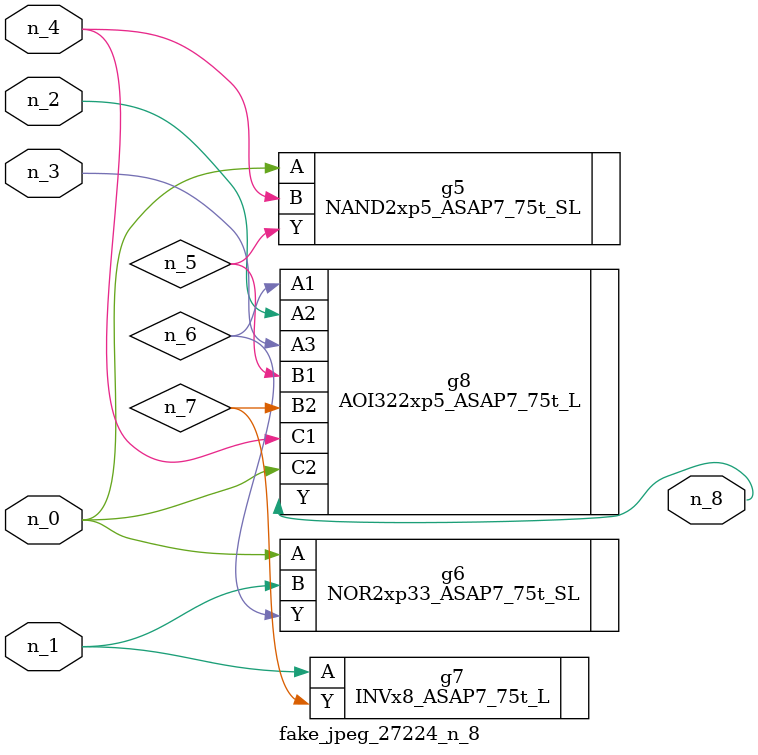
<source format=v>
module fake_jpeg_27224_n_8 (n_3, n_2, n_1, n_0, n_4, n_8);

input n_3;
input n_2;
input n_1;
input n_0;
input n_4;

output n_8;

wire n_6;
wire n_5;
wire n_7;

NAND2xp5_ASAP7_75t_SL g5 ( 
.A(n_0),
.B(n_4),
.Y(n_5)
);

NOR2xp33_ASAP7_75t_SL g6 ( 
.A(n_0),
.B(n_1),
.Y(n_6)
);

INVx8_ASAP7_75t_L g7 ( 
.A(n_1),
.Y(n_7)
);

AOI322xp5_ASAP7_75t_L g8 ( 
.A1(n_6),
.A2(n_2),
.A3(n_3),
.B1(n_5),
.B2(n_7),
.C1(n_4),
.C2(n_0),
.Y(n_8)
);


endmodule
</source>
